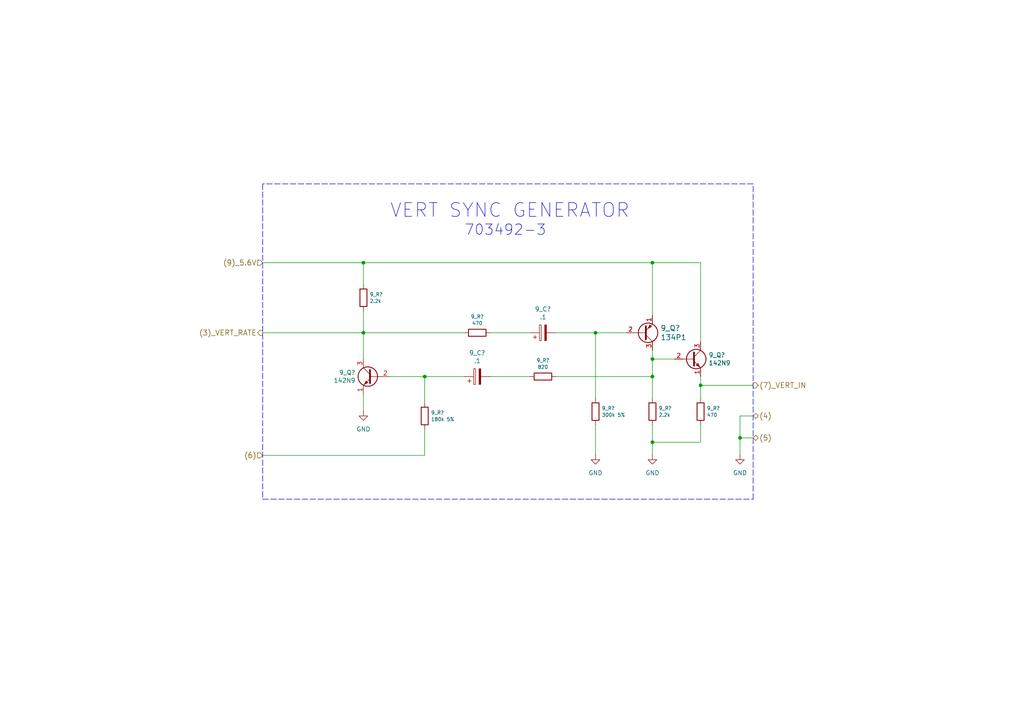
<source format=kicad_sch>
(kicad_sch (version 20250114) (generator "eeschema") (generator_version "9.0")
  (paper "A4")
  (lib_symbols
    (symbol "Device:C_Polarized" (pin_numbers (hide yes)) (pin_names (offset 0.254))
      (property "Reference" "C" (at 0.635 2.54 0))
      (property "Value" "C_Polarized" (at 0.635 -2.54 0))
      (symbol "C_Polarized_0_1"
        (rectangle (start -2.286 0.508) (end 2.286 1.016))
        (polyline (pts (xy -1.778 2.286) (xy -0.762 2.286)))
        (polyline (pts (xy -1.27 2.794) (xy -1.27 1.778)))
        (rectangle (start 2.286 -0.508) (end -2.286 -1.016) (fill (type outline)))
      )
      (symbol "C_Polarized_1_1"
        (pin passive line (at 0 3.81 270) (length 2.794) (name "~") (number "1"))
        (pin passive line (at 0 -3.81 90) (length 2.794) (name "~") (number "2"))
      )
    )
    (symbol "Device:R" (pin_numbers (hide yes)) (pin_names (offset 0))
      (property "Reference" "R" (at 2.032 0 90))
      (property "Value" "R" (at 0 0 90))
      (symbol "R_0_1"
        (rectangle (start -1.016 -2.54) (end 1.016 2.54) (stroke (width 0.254)))
      )
      (symbol "R_1_1"
        (pin passive line (at 0 3.81 270) (length 1.27) (name "~") (number "1"))
        (pin passive line (at 0 -3.81 90) (length 1.27) (name "~") (number "2"))
      )
    )
    (symbol "Transistor_BJT:Q_NPN_EBC" (pin_names (offset 0) (hide yes))
      (property "Reference" "Q" (at 5.08 1.27 0))
      (property "Value" "Q_NPN_EBC" (at 5.08 -1.27 0))
      (symbol "Q_NPN_EBC_0_1"
        (polyline (pts (xy -2.54 0) (xy 0.635 0)))
        (polyline (pts (xy 0.635 1.905) (xy 0.635 -1.905)) (stroke (width 0.508)))
        (circle (center 1.27 0) (radius 2.8194) (stroke (width 0.254)))
      )
      (symbol "Q_NPN_EBC_1_1"
        (polyline (pts (xy 0.635 0.635) (xy 2.54 2.54)))
        (polyline (pts (xy 0.635 -0.635) (xy 2.54 -2.54)))
        (polyline (pts (xy 1.27 -1.778) (xy 1.778 -1.27) (xy 2.286 -2.286) (xy 1.27 -1.778)) (fill (type outline)))
        (pin input line (at -5.08 0 0) (length 2.54) (name "B") (number "2"))
        (pin passive line (at 2.54 5.08 270) (length 2.54) (name "C") (number "3"))
        (pin passive line (at 2.54 -5.08 90) (length 2.54) (name "E") (number "1"))
      )
    )
    (symbol "Transistor_BJT:Q_PNP_EBC" (pin_names (offset 0) (hide yes))
      (property "Reference" "Q" (at 5.08 1.27 0))
      (property "Value" "Q_PNP_EBC" (at 5.08 -1.27 0))
      (symbol "Q_PNP_EBC_0_1"
        (polyline (pts (xy -2.54 0) (xy 0.635 0)))
        (polyline (pts (xy 0.635 1.905) (xy 0.635 -1.905)) (stroke (width 0.508)))
        (polyline (pts (xy 0.635 0.635) (xy 2.54 2.54)))
        (polyline (pts (xy 0.635 -0.635) (xy 2.54 -2.54)))
        (circle (center 1.27 0) (radius 2.8194) (stroke (width 0.254)))
        (polyline (pts (xy 2.286 -1.778) (xy 1.778 -2.286) (xy 1.27 -1.27) (xy 2.286 -1.778)) (fill (type outline)))
      )
      (symbol "Q_PNP_EBC_1_1"
        (pin input line (at -5.08 0 0) (length 2.54) (name "B") (number "2"))
        (pin passive line (at 2.54 5.08 270) (length 2.54) (name "C") (number "3"))
        (pin passive line (at 2.54 -5.08 90) (length 2.54) (name "E") (number "1"))
      )
    )
    (symbol "power:GND" (power) (pin_numbers (hide yes)) (pin_names (offset 0) (hide yes))
      (property "Value" "GND" (at 0 -3.81 0))
      (symbol "GND_0_1"
        (polyline (pts (xy 0 0) (xy 0 -1.27) (xy 1.27 -1.27) (xy 0 -2.54) (xy -1.27 -1.27) (xy 0 -1.27)))
      )
      (symbol "GND_1_1"
        (pin power_in line (at 0 0 270) (length 0) (name "~") (number "1"))
      )
    )
  )
  (text "VERT SYNC GENERATOR" (at 113.03 63.5 0) (effects (font (size 3.9878 3.9878)) (justify left bottom)))
  (text "703492-3" (at 134.62 68.58 0) (effects (font (size 2.9972 2.9972)) (justify left bottom)))
  (junction (at 189.23 128.27))
  (junction (at 189.23 109.22))
  (junction (at 172.72 96.52))
  (junction (at 189.23 104.14))
  (junction (at 214.63 127))
  (junction (at 105.41 96.52))
  (junction (at 123.19 109.22))
  (junction (at 203.2 111.76))
  (junction (at 105.41 76.2))
  (junction (at 189.23 76.2))
  (wire (pts (xy 105.41 96.52) (xy 134.62 96.52)))
  (wire (pts (xy 76.2 96.52) (xy 105.41 96.52)))
  (polyline (pts (xy 218.44 53.34) (xy 76.2 53.34)) (stroke (width 0) (type dash)))
  (wire (pts (xy 189.23 76.2) (xy 189.23 91.44)))
  (wire (pts (xy 189.23 104.14) (xy 195.58 104.14)))
  (wire (pts (xy 203.2 123.19) (xy 203.2 128.27)))
  (wire (pts (xy 189.23 76.2) (xy 203.2 76.2)))
  (wire (pts (xy 214.63 120.65) (xy 214.63 127)))
  (wire (pts (xy 105.41 90.17) (xy 105.41 96.52)))
  (wire (pts (xy 172.72 96.52) (xy 172.72 115.57)))
  (wire (pts (xy 142.24 96.52) (xy 153.67 96.52)))
  (wire (pts (xy 105.41 76.2) (xy 189.23 76.2)))
  (wire (pts (xy 161.29 96.52) (xy 172.72 96.52)))
  (wire (pts (xy 189.23 123.19) (xy 189.23 128.27)))
  (wire (pts (xy 105.41 76.2) (xy 105.41 82.55)))
  (wire (pts (xy 189.23 104.14) (xy 189.23 109.22)))
  (wire (pts (xy 172.72 96.52) (xy 181.61 96.52)))
  (polyline (pts (xy 76.2 53.34) (xy 76.2 144.78)) (stroke (width 0) (type dash)))
  (wire (pts (xy 189.23 109.22) (xy 189.23 115.57)))
  (wire (pts (xy 161.29 109.22) (xy 189.23 109.22)))
  (wire (pts (xy 214.63 120.65) (xy 218.44 120.65)))
  (wire (pts (xy 123.19 109.22) (xy 134.62 109.22)))
  (polyline (pts (xy 76.2 144.78) (xy 218.44 144.78)) (stroke (width 0) (type dash)))
  (wire (pts (xy 105.41 96.52) (xy 105.41 104.14)))
  (wire (pts (xy 203.2 76.2) (xy 203.2 99.06)))
  (wire (pts (xy 142.24 109.22) (xy 153.67 109.22)))
  (wire (pts (xy 203.2 109.22) (xy 203.2 111.76)))
  (wire (pts (xy 189.23 128.27) (xy 189.23 132.08)))
  (wire (pts (xy 214.63 127) (xy 214.63 132.08)))
  (wire (pts (xy 172.72 123.19) (xy 172.72 132.08)))
  (wire (pts (xy 76.2 76.2) (xy 105.41 76.2)))
  (wire (pts (xy 218.44 127) (xy 214.63 127)))
  (wire (pts (xy 218.44 111.76) (xy 203.2 111.76)))
  (wire (pts (xy 123.19 132.08) (xy 76.2 132.08)))
  (wire (pts (xy 113.03 109.22) (xy 123.19 109.22)))
  (polyline (pts (xy 218.44 144.78) (xy 218.44 53.34)) (stroke (width 0) (type dash)))
  (wire (pts (xy 203.2 111.76) (xy 203.2 115.57)))
  (wire (pts (xy 123.19 109.22) (xy 123.19 116.84)))
  (wire (pts (xy 189.23 128.27) (xy 203.2 128.27)))
  (wire (pts (xy 105.41 114.3) (xy 105.41 119.38)))
  (wire (pts (xy 189.23 101.6) (xy 189.23 104.14)))
  (wire (pts (xy 123.19 124.46) (xy 123.19 132.08)))
  (hierarchical_label "(6)" (shape input) (at 76.2 132.08 180) (effects (font (size 1.524 1.524))))
  (hierarchical_label "(4)" (shape bidirectional) (at 218.44 120.65 0) (effects (font (size 1.524 1.524))))
  (hierarchical_label "(3)_VERT_RATE" (shape output) (at 76.2 96.52 180) (effects (font (size 1.524 1.524))))
  (hierarchical_label "(9)_5.6V" (shape input) (at 76.2 76.2 180) (effects (font (size 1.524 1.524))))
  (hierarchical_label "(5)" (shape bidirectional) (at 218.44 127 0) (effects (font (size 1.524 1.524))))
  (hierarchical_label "(7)_VERT_IN" (shape output) (at 218.44 111.76 0) (effects (font (size 1.524 1.524))))
  (symbol (lib_id "Transistor_BJT:Q_NPN_EBC") (at 107.95 109.22 0) (mirror y) (unit 1)
    (property "Reference" "9_Q?" (at 103.124 108.0516 0) (effects (justify left)))
    (property "Value" "142N9" (at 103.124 110.363 0) (effects (justify left)))
    (property "Description" "NPN transistor, emitter/base/collector" (effects (hide yes)))
  )
  (symbol (lib_id "Transistor_BJT:Q_NPN_EBC") (at 200.66 104.14 0) (unit 1)
    (property "Reference" "9_Q?" (at 205.5114 102.9716 0) (effects (justify left)))
    (property "Value" "142N9" (at 205.5114 105.283 0) (effects (justify left)))
    (property "Description" "NPN transistor, emitter/base/collector" (effects (hide yes)))
  )
  (symbol (lib_id "Transistor_BJT:Q_PNP_EBC") (at 186.69 96.52 0) (mirror x) (unit 1)
    (property "Reference" "9_Q?" (at 191.5414 95.1738 0) (effects (font (size 1.524 1.524)) (justify left)))
    (property "Value" "134P1" (at 191.5414 97.8662 0) (effects (font (size 1.524 1.524)) (justify left)))
    (property "Description" "PNP transistor, emitter/base/collector" (effects (hide yes)))
  )
  (symbol (lib_id "Device:C_Polarized") (at 138.43 109.22 90) (unit 1)
    (property "Reference" "9_C?" (at 138.43 102.362 90))
    (property "Value" ".1" (at 138.43 104.6734 90))
    (property "Description" "Polarized capacitor" (effects (hide yes)))
  )
  (symbol (lib_id "Device:R") (at 157.48 109.22 270) (unit 1)
    (property "Reference" "9_R?" (at 157.48 104.521 90) (effects (font (size 1.016 1.016))))
    (property "Value" "820" (at 157.48 106.4514 90) (effects (font (size 1.016 1.016))))
    (property "Description" "Resistor" (effects (hide yes)))
  )
  (symbol (lib_id "Device:R") (at 123.19 120.65 180) (unit 1)
    (property "Reference" "9_R?" (at 124.9934 119.6848 0) (effects (font (size 1.016 1.016)) (justify right)))
    (property "Value" "180k 5%" (at 124.9934 121.6152 0) (effects (font (size 1.016 1.016)) (justify right)))
    (property "Description" "Resistor" (effects (hide yes)))
  )
  (symbol (lib_id "Device:R") (at 172.72 119.38 180) (unit 1)
    (property "Reference" "9_R?" (at 174.5234 118.4148 0) (effects (font (size 1.016 1.016)) (justify right)))
    (property "Value" "300k 5%" (at 174.5234 120.3452 0) (effects (font (size 1.016 1.016)) (justify right)))
    (property "Description" "Resistor" (effects (hide yes)))
  )
  (symbol (lib_id "Device:R") (at 138.43 96.52 270) (unit 1)
    (property "Reference" "9_R?" (at 138.43 91.821 90) (effects (font (size 1.016 1.016))))
    (property "Value" "470" (at 138.43 93.7514 90) (effects (font (size 1.016 1.016))))
    (property "Description" "Resistor" (effects (hide yes)))
  )
  (symbol (lib_id "Device:C_Polarized") (at 157.48 96.52 90) (unit 1)
    (property "Reference" "9_C?" (at 157.48 89.662 90))
    (property "Value" ".1" (at 157.48 91.9734 90))
    (property "Description" "Polarized capacitor" (effects (hide yes)))
  )
  (symbol (lib_id "Device:R") (at 105.41 86.36 180) (unit 1)
    (property "Reference" "9_R?" (at 107.2134 85.3948 0) (effects (font (size 1.016 1.016)) (justify right)))
    (property "Value" "2.2k" (at 107.2134 87.3252 0) (effects (font (size 1.016 1.016)) (justify right)))
    (property "Description" "Resistor" (effects (hide yes)))
  )
  (symbol (lib_id "Device:R") (at 189.23 119.38 180) (unit 1)
    (property "Reference" "9_R?" (at 191.0334 118.4148 0) (effects (font (size 1.016 1.016)) (justify right)))
    (property "Value" "2.2k" (at 191.0334 120.3452 0) (effects (font (size 1.016 1.016)) (justify right)))
    (property "Description" "Resistor" (effects (hide yes)))
  )
  (symbol (lib_id "Device:R") (at 203.2 119.38 180) (unit 1)
    (property "Reference" "9_R?" (at 205.0034 118.4148 0) (effects (font (size 1.016 1.016)) (justify right)))
    (property "Value" "470" (at 205.0034 120.3452 0) (effects (font (size 1.016 1.016)) (justify right)))
    (property "Description" "Resistor" (effects (hide yes)))
  )
  (symbol (lib_id "power:GND") (at 214.63 132.08 0) (unit 1)
    (property "Reference" "#PWR0503" (effects (hide yes)))
    (property "Value" "GND" (at 214.63 137.16 0))
    (property "Description" "Power symbol creates a global label with name \"GND\" , ground" (effects (hide yes)))
  )
  (symbol (lib_id "power:GND") (at 105.41 119.38 0) (unit 1)
    (property "Reference" "#PWR0504" (effects (hide yes)))
    (property "Value" "GND" (at 105.41 124.46 0))
    (property "Description" "Power symbol creates a global label with name \"GND\" , ground" (effects (hide yes)))
  )
  (symbol (lib_id "power:GND") (at 172.72 132.08 0) (unit 1)
    (property "Reference" "#PWR0501" (effects (hide yes)))
    (property "Value" "GND" (at 172.72 137.16 0))
    (property "Description" "Power symbol creates a global label with name \"GND\" , ground" (effects (hide yes)))
  )
  (symbol (lib_id "power:GND") (at 189.23 132.08 0) (unit 1)
    (property "Reference" "#PWR0502" (effects (hide yes)))
    (property "Value" "GND" (at 189.23 137.16 0))
    (property "Description" "Power symbol creates a global label with name \"GND\" , ground" (effects (hide yes)))
  )
)
</source>
